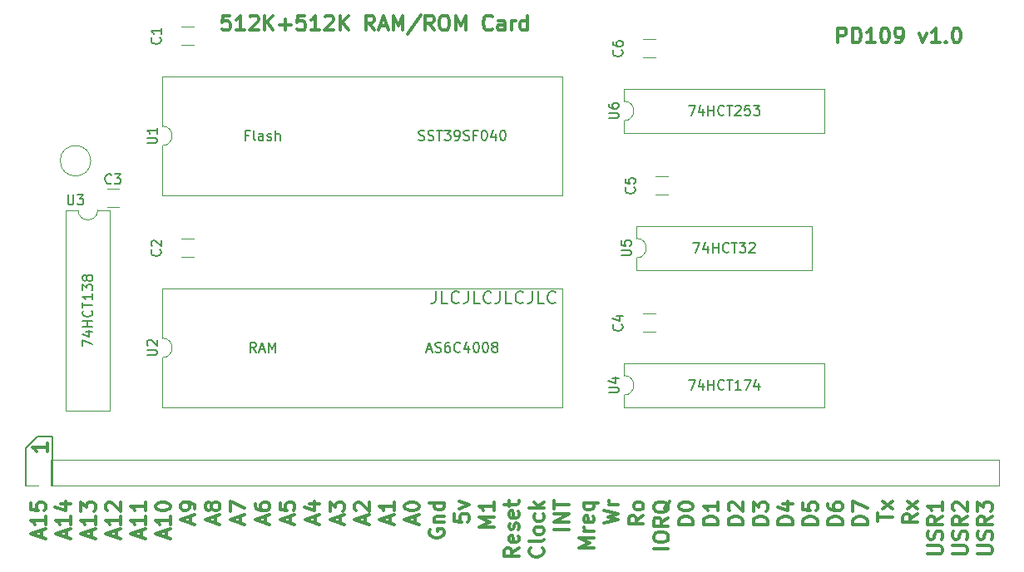
<source format=gbr>
%TF.GenerationSoftware,KiCad,Pcbnew,(5.1.9)-1*%
%TF.CreationDate,2021-03-30T17:26:41-07:00*%
%TF.ProjectId,rc-1024k,72632d31-3032-4346-9b2e-6b696361645f,rev?*%
%TF.SameCoordinates,PX9157080PY9071968*%
%TF.FileFunction,Legend,Top*%
%TF.FilePolarity,Positive*%
%FSLAX46Y46*%
G04 Gerber Fmt 4.6, Leading zero omitted, Abs format (unit mm)*
G04 Created by KiCad (PCBNEW (5.1.9)-1) date 2021-03-30 17:26:41*
%MOMM*%
%LPD*%
G01*
G04 APERTURE LIST*
%ADD10C,0.300000*%
%ADD11C,0.150000*%
%ADD12C,0.200000*%
%ADD13C,0.120000*%
%ADD14C,0.100000*%
G04 APERTURE END LIST*
D10*
X82685714Y45371629D02*
X82685714Y46871629D01*
X83257142Y46871629D01*
X83400000Y46800200D01*
X83471428Y46728772D01*
X83542857Y46585915D01*
X83542857Y46371629D01*
X83471428Y46228772D01*
X83400000Y46157343D01*
X83257142Y46085915D01*
X82685714Y46085915D01*
X84185714Y45371629D02*
X84185714Y46871629D01*
X84542857Y46871629D01*
X84757142Y46800200D01*
X84900000Y46657343D01*
X84971428Y46514486D01*
X85042857Y46228772D01*
X85042857Y46014486D01*
X84971428Y45728772D01*
X84900000Y45585915D01*
X84757142Y45443058D01*
X84542857Y45371629D01*
X84185714Y45371629D01*
X86471428Y45371629D02*
X85614285Y45371629D01*
X86042857Y45371629D02*
X86042857Y46871629D01*
X85900000Y46657343D01*
X85757142Y46514486D01*
X85614285Y46443058D01*
X87400000Y46871629D02*
X87542857Y46871629D01*
X87685714Y46800200D01*
X87757142Y46728772D01*
X87828571Y46585915D01*
X87900000Y46300200D01*
X87900000Y45943058D01*
X87828571Y45657343D01*
X87757142Y45514486D01*
X87685714Y45443058D01*
X87542857Y45371629D01*
X87400000Y45371629D01*
X87257142Y45443058D01*
X87185714Y45514486D01*
X87114285Y45657343D01*
X87042857Y45943058D01*
X87042857Y46300200D01*
X87114285Y46585915D01*
X87185714Y46728772D01*
X87257142Y46800200D01*
X87400000Y46871629D01*
X88614285Y45371629D02*
X88900000Y45371629D01*
X89042857Y45443058D01*
X89114285Y45514486D01*
X89257142Y45728772D01*
X89328571Y46014486D01*
X89328571Y46585915D01*
X89257142Y46728772D01*
X89185714Y46800200D01*
X89042857Y46871629D01*
X88757142Y46871629D01*
X88614285Y46800200D01*
X88542857Y46728772D01*
X88471428Y46585915D01*
X88471428Y46228772D01*
X88542857Y46085915D01*
X88614285Y46014486D01*
X88757142Y45943058D01*
X89042857Y45943058D01*
X89185714Y46014486D01*
X89257142Y46085915D01*
X89328571Y46228772D01*
X90971428Y46371629D02*
X91328571Y45371629D01*
X91685714Y46371629D01*
X93042857Y45371629D02*
X92185714Y45371629D01*
X92614285Y45371629D02*
X92614285Y46871629D01*
X92471428Y46657343D01*
X92328571Y46514486D01*
X92185714Y46443058D01*
X93685714Y45514486D02*
X93757142Y45443058D01*
X93685714Y45371629D01*
X93614285Y45443058D01*
X93685714Y45514486D01*
X93685714Y45371629D01*
X94685714Y46871629D02*
X94828571Y46871629D01*
X94971428Y46800200D01*
X95042857Y46728772D01*
X95114285Y46585915D01*
X95185714Y46300200D01*
X95185714Y45943058D01*
X95114285Y45657343D01*
X95042857Y45514486D01*
X94971428Y45443058D01*
X94828571Y45371629D01*
X94685714Y45371629D01*
X94542857Y45443058D01*
X94471428Y45514486D01*
X94400000Y45657343D01*
X94328571Y45943058D01*
X94328571Y46300200D01*
X94400000Y46585915D01*
X94471428Y46728772D01*
X94542857Y46800200D01*
X94685714Y46871629D01*
D11*
X23439523Y13847820D02*
X23106190Y14324010D01*
X22868095Y13847820D02*
X22868095Y14847820D01*
X23249047Y14847820D01*
X23344285Y14800200D01*
X23391904Y14752581D01*
X23439523Y14657343D01*
X23439523Y14514486D01*
X23391904Y14419248D01*
X23344285Y14371629D01*
X23249047Y14324010D01*
X22868095Y14324010D01*
X23820476Y14133534D02*
X24296666Y14133534D01*
X23725238Y13847820D02*
X24058571Y14847820D01*
X24391904Y13847820D01*
X24725238Y13847820D02*
X24725238Y14847820D01*
X25058571Y14133534D01*
X25391904Y14847820D01*
X25391904Y13847820D01*
X22701428Y35961629D02*
X22368095Y35961629D01*
X22368095Y35437820D02*
X22368095Y36437820D01*
X22844285Y36437820D01*
X23368095Y35437820D02*
X23272857Y35485439D01*
X23225238Y35580677D01*
X23225238Y36437820D01*
X24177619Y35437820D02*
X24177619Y35961629D01*
X24130000Y36056867D01*
X24034761Y36104486D01*
X23844285Y36104486D01*
X23749047Y36056867D01*
X24177619Y35485439D02*
X24082380Y35437820D01*
X23844285Y35437820D01*
X23749047Y35485439D01*
X23701428Y35580677D01*
X23701428Y35675915D01*
X23749047Y35771153D01*
X23844285Y35818772D01*
X24082380Y35818772D01*
X24177619Y35866391D01*
X24606190Y35485439D02*
X24701428Y35437820D01*
X24891904Y35437820D01*
X24987142Y35485439D01*
X25034761Y35580677D01*
X25034761Y35628296D01*
X24987142Y35723534D01*
X24891904Y35771153D01*
X24749047Y35771153D01*
X24653809Y35818772D01*
X24606190Y35914010D01*
X24606190Y35961629D01*
X24653809Y36056867D01*
X24749047Y36104486D01*
X24891904Y36104486D01*
X24987142Y36056867D01*
X25463333Y35437820D02*
X25463333Y36437820D01*
X25891904Y35437820D02*
X25891904Y35961629D01*
X25844285Y36056867D01*
X25749047Y36104486D01*
X25606190Y36104486D01*
X25510952Y36056867D01*
X25463333Y36009248D01*
X41758809Y20075677D02*
X41758809Y19168534D01*
X41698333Y18987105D01*
X41577380Y18866153D01*
X41395952Y18805677D01*
X41275000Y18805677D01*
X42968333Y18805677D02*
X42363571Y18805677D01*
X42363571Y20075677D01*
X44117380Y18926629D02*
X44056904Y18866153D01*
X43875476Y18805677D01*
X43754523Y18805677D01*
X43573095Y18866153D01*
X43452142Y18987105D01*
X43391666Y19108058D01*
X43331190Y19349962D01*
X43331190Y19531391D01*
X43391666Y19773296D01*
X43452142Y19894248D01*
X43573095Y20015200D01*
X43754523Y20075677D01*
X43875476Y20075677D01*
X44056904Y20015200D01*
X44117380Y19954724D01*
X45024523Y20075677D02*
X45024523Y19168534D01*
X44964047Y18987105D01*
X44843095Y18866153D01*
X44661666Y18805677D01*
X44540714Y18805677D01*
X46234047Y18805677D02*
X45629285Y18805677D01*
X45629285Y20075677D01*
X47383095Y18926629D02*
X47322619Y18866153D01*
X47141190Y18805677D01*
X47020238Y18805677D01*
X46838809Y18866153D01*
X46717857Y18987105D01*
X46657380Y19108058D01*
X46596904Y19349962D01*
X46596904Y19531391D01*
X46657380Y19773296D01*
X46717857Y19894248D01*
X46838809Y20015200D01*
X47020238Y20075677D01*
X47141190Y20075677D01*
X47322619Y20015200D01*
X47383095Y19954724D01*
X48290238Y20075677D02*
X48290238Y19168534D01*
X48229761Y18987105D01*
X48108809Y18866153D01*
X47927380Y18805677D01*
X47806428Y18805677D01*
X49499761Y18805677D02*
X48895000Y18805677D01*
X48895000Y20075677D01*
X50648809Y18926629D02*
X50588333Y18866153D01*
X50406904Y18805677D01*
X50285952Y18805677D01*
X50104523Y18866153D01*
X49983571Y18987105D01*
X49923095Y19108058D01*
X49862619Y19349962D01*
X49862619Y19531391D01*
X49923095Y19773296D01*
X49983571Y19894248D01*
X50104523Y20015200D01*
X50285952Y20075677D01*
X50406904Y20075677D01*
X50588333Y20015200D01*
X50648809Y19954724D01*
X51555952Y20075677D02*
X51555952Y19168534D01*
X51495476Y18987105D01*
X51374523Y18866153D01*
X51193095Y18805677D01*
X51072142Y18805677D01*
X52765476Y18805677D02*
X52160714Y18805677D01*
X52160714Y20075677D01*
X53914523Y18926629D02*
X53854047Y18866153D01*
X53672619Y18805677D01*
X53551666Y18805677D01*
X53370238Y18866153D01*
X53249285Y18987105D01*
X53188809Y19108058D01*
X53128333Y19349962D01*
X53128333Y19531391D01*
X53188809Y19773296D01*
X53249285Y19894248D01*
X53370238Y20015200D01*
X53551666Y20075677D01*
X53672619Y20075677D01*
X53854047Y20015200D01*
X53914523Y19954724D01*
D10*
X20774285Y48141629D02*
X20060000Y48141629D01*
X19988571Y47427343D01*
X20060000Y47498772D01*
X20202857Y47570200D01*
X20560000Y47570200D01*
X20702857Y47498772D01*
X20774285Y47427343D01*
X20845714Y47284486D01*
X20845714Y46927343D01*
X20774285Y46784486D01*
X20702857Y46713058D01*
X20560000Y46641629D01*
X20202857Y46641629D01*
X20060000Y46713058D01*
X19988571Y46784486D01*
X22274285Y46641629D02*
X21417142Y46641629D01*
X21845714Y46641629D02*
X21845714Y48141629D01*
X21702857Y47927343D01*
X21560000Y47784486D01*
X21417142Y47713058D01*
X22845714Y47998772D02*
X22917142Y48070200D01*
X23060000Y48141629D01*
X23417142Y48141629D01*
X23560000Y48070200D01*
X23631428Y47998772D01*
X23702857Y47855915D01*
X23702857Y47713058D01*
X23631428Y47498772D01*
X22774285Y46641629D01*
X23702857Y46641629D01*
X24345714Y46641629D02*
X24345714Y48141629D01*
X25202857Y46641629D02*
X24560000Y47498772D01*
X25202857Y48141629D02*
X24345714Y47284486D01*
X25845714Y47213058D02*
X26988571Y47213058D01*
X26417142Y46641629D02*
X26417142Y47784486D01*
X28417142Y48141629D02*
X27702857Y48141629D01*
X27631428Y47427343D01*
X27702857Y47498772D01*
X27845714Y47570200D01*
X28202857Y47570200D01*
X28345714Y47498772D01*
X28417142Y47427343D01*
X28488571Y47284486D01*
X28488571Y46927343D01*
X28417142Y46784486D01*
X28345714Y46713058D01*
X28202857Y46641629D01*
X27845714Y46641629D01*
X27702857Y46713058D01*
X27631428Y46784486D01*
X29917142Y46641629D02*
X29060000Y46641629D01*
X29488571Y46641629D02*
X29488571Y48141629D01*
X29345714Y47927343D01*
X29202857Y47784486D01*
X29060000Y47713058D01*
X30488571Y47998772D02*
X30560000Y48070200D01*
X30702857Y48141629D01*
X31060000Y48141629D01*
X31202857Y48070200D01*
X31274285Y47998772D01*
X31345714Y47855915D01*
X31345714Y47713058D01*
X31274285Y47498772D01*
X30417142Y46641629D01*
X31345714Y46641629D01*
X31988571Y46641629D02*
X31988571Y48141629D01*
X32845714Y46641629D02*
X32202857Y47498772D01*
X32845714Y48141629D02*
X31988571Y47284486D01*
X35488571Y46641629D02*
X34988571Y47355915D01*
X34631428Y46641629D02*
X34631428Y48141629D01*
X35202857Y48141629D01*
X35345714Y48070200D01*
X35417142Y47998772D01*
X35488571Y47855915D01*
X35488571Y47641629D01*
X35417142Y47498772D01*
X35345714Y47427343D01*
X35202857Y47355915D01*
X34631428Y47355915D01*
X36060000Y47070200D02*
X36774285Y47070200D01*
X35917142Y46641629D02*
X36417142Y48141629D01*
X36917142Y46641629D01*
X37417142Y46641629D02*
X37417142Y48141629D01*
X37917142Y47070200D01*
X38417142Y48141629D01*
X38417142Y46641629D01*
X40202857Y48213058D02*
X38917142Y46284486D01*
X41560000Y46641629D02*
X41060000Y47355915D01*
X40702857Y46641629D02*
X40702857Y48141629D01*
X41274285Y48141629D01*
X41417142Y48070200D01*
X41488571Y47998772D01*
X41560000Y47855915D01*
X41560000Y47641629D01*
X41488571Y47498772D01*
X41417142Y47427343D01*
X41274285Y47355915D01*
X40702857Y47355915D01*
X42488571Y48141629D02*
X42774285Y48141629D01*
X42917142Y48070200D01*
X43060000Y47927343D01*
X43131428Y47641629D01*
X43131428Y47141629D01*
X43060000Y46855915D01*
X42917142Y46713058D01*
X42774285Y46641629D01*
X42488571Y46641629D01*
X42345714Y46713058D01*
X42202857Y46855915D01*
X42131428Y47141629D01*
X42131428Y47641629D01*
X42202857Y47927343D01*
X42345714Y48070200D01*
X42488571Y48141629D01*
X43774285Y46641629D02*
X43774285Y48141629D01*
X44274285Y47070200D01*
X44774285Y48141629D01*
X44774285Y46641629D01*
X47488571Y46784486D02*
X47417142Y46713058D01*
X47202857Y46641629D01*
X47060000Y46641629D01*
X46845714Y46713058D01*
X46702857Y46855915D01*
X46631428Y46998772D01*
X46560000Y47284486D01*
X46560000Y47498772D01*
X46631428Y47784486D01*
X46702857Y47927343D01*
X46845714Y48070200D01*
X47060000Y48141629D01*
X47202857Y48141629D01*
X47417142Y48070200D01*
X47488571Y47998772D01*
X48774285Y46641629D02*
X48774285Y47427343D01*
X48702857Y47570200D01*
X48560000Y47641629D01*
X48274285Y47641629D01*
X48131428Y47570200D01*
X48774285Y46713058D02*
X48631428Y46641629D01*
X48274285Y46641629D01*
X48131428Y46713058D01*
X48060000Y46855915D01*
X48060000Y46998772D01*
X48131428Y47141629D01*
X48274285Y47213058D01*
X48631428Y47213058D01*
X48774285Y47284486D01*
X49488571Y46641629D02*
X49488571Y47641629D01*
X49488571Y47355915D02*
X49560000Y47498772D01*
X49631428Y47570200D01*
X49774285Y47641629D01*
X49917142Y47641629D01*
X51060000Y46641629D02*
X51060000Y48141629D01*
X51060000Y46713058D02*
X50917142Y46641629D01*
X50631428Y46641629D01*
X50488571Y46713058D01*
X50417142Y46784486D01*
X50345714Y46927343D01*
X50345714Y47355915D01*
X50417142Y47498772D01*
X50488571Y47570200D01*
X50631428Y47641629D01*
X50917142Y47641629D01*
X51060000Y47570200D01*
X1613333Y-4991942D02*
X1613333Y-4277657D01*
X2039047Y-5134800D02*
X549047Y-4634800D01*
X2039047Y-4134800D01*
X2039047Y-2849085D02*
X2039047Y-3706228D01*
X2039047Y-3277657D02*
X549047Y-3277657D01*
X761904Y-3420514D01*
X903809Y-3563371D01*
X974761Y-3706228D01*
X549047Y-1491942D02*
X549047Y-2206228D01*
X1258571Y-2277657D01*
X1187619Y-2206228D01*
X1116666Y-2063371D01*
X1116666Y-1706228D01*
X1187619Y-1563371D01*
X1258571Y-1491942D01*
X1400476Y-1420514D01*
X1755238Y-1420514D01*
X1897142Y-1491942D01*
X1968095Y-1563371D01*
X2039047Y-1706228D01*
X2039047Y-2063371D01*
X1968095Y-2206228D01*
X1897142Y-2277657D01*
X4148333Y-4991942D02*
X4148333Y-4277657D01*
X4574047Y-5134800D02*
X3084047Y-4634800D01*
X4574047Y-4134800D01*
X4574047Y-2849085D02*
X4574047Y-3706228D01*
X4574047Y-3277657D02*
X3084047Y-3277657D01*
X3296904Y-3420514D01*
X3438809Y-3563371D01*
X3509761Y-3706228D01*
X3580714Y-1563371D02*
X4574047Y-1563371D01*
X3013095Y-1920514D02*
X4077380Y-2277657D01*
X4077380Y-1349085D01*
X6683333Y-4991942D02*
X6683333Y-4277657D01*
X7109047Y-5134800D02*
X5619047Y-4634800D01*
X7109047Y-4134800D01*
X7109047Y-2849085D02*
X7109047Y-3706228D01*
X7109047Y-3277657D02*
X5619047Y-3277657D01*
X5831904Y-3420514D01*
X5973809Y-3563371D01*
X6044761Y-3706228D01*
X5619047Y-2349085D02*
X5619047Y-1420514D01*
X6186666Y-1920514D01*
X6186666Y-1706228D01*
X6257619Y-1563371D01*
X6328571Y-1491942D01*
X6470476Y-1420514D01*
X6825238Y-1420514D01*
X6967142Y-1491942D01*
X7038095Y-1563371D01*
X7109047Y-1706228D01*
X7109047Y-2134800D01*
X7038095Y-2277657D01*
X6967142Y-2349085D01*
X9218333Y-4991942D02*
X9218333Y-4277657D01*
X9644047Y-5134800D02*
X8154047Y-4634800D01*
X9644047Y-4134800D01*
X9644047Y-2849085D02*
X9644047Y-3706228D01*
X9644047Y-3277657D02*
X8154047Y-3277657D01*
X8366904Y-3420514D01*
X8508809Y-3563371D01*
X8579761Y-3706228D01*
X8295952Y-2277657D02*
X8225000Y-2206228D01*
X8154047Y-2063371D01*
X8154047Y-1706228D01*
X8225000Y-1563371D01*
X8295952Y-1491942D01*
X8437857Y-1420514D01*
X8579761Y-1420514D01*
X8792619Y-1491942D01*
X9644047Y-2349085D01*
X9644047Y-1420514D01*
X11753333Y-4991942D02*
X11753333Y-4277657D01*
X12179047Y-5134800D02*
X10689047Y-4634800D01*
X12179047Y-4134800D01*
X12179047Y-2849085D02*
X12179047Y-3706228D01*
X12179047Y-3277657D02*
X10689047Y-3277657D01*
X10901904Y-3420514D01*
X11043809Y-3563371D01*
X11114761Y-3706228D01*
X12179047Y-1420514D02*
X12179047Y-2277657D01*
X12179047Y-1849085D02*
X10689047Y-1849085D01*
X10901904Y-1991942D01*
X11043809Y-2134800D01*
X11114761Y-2277657D01*
X14288333Y-4991942D02*
X14288333Y-4277657D01*
X14714047Y-5134800D02*
X13224047Y-4634800D01*
X14714047Y-4134800D01*
X14714047Y-2849085D02*
X14714047Y-3706228D01*
X14714047Y-3277657D02*
X13224047Y-3277657D01*
X13436904Y-3420514D01*
X13578809Y-3563371D01*
X13649761Y-3706228D01*
X13224047Y-1920514D02*
X13224047Y-1777657D01*
X13295000Y-1634800D01*
X13365952Y-1563371D01*
X13507857Y-1491942D01*
X13791666Y-1420514D01*
X14146428Y-1420514D01*
X14430238Y-1491942D01*
X14572142Y-1563371D01*
X14643095Y-1634800D01*
X14714047Y-1777657D01*
X14714047Y-1920514D01*
X14643095Y-2063371D01*
X14572142Y-2134800D01*
X14430238Y-2206228D01*
X14146428Y-2277657D01*
X13791666Y-2277657D01*
X13507857Y-2206228D01*
X13365952Y-2134800D01*
X13295000Y-2063371D01*
X13224047Y-1920514D01*
X16823333Y-3563371D02*
X16823333Y-2849085D01*
X17249047Y-3706228D02*
X15759047Y-3206228D01*
X17249047Y-2706228D01*
X17249047Y-2134800D02*
X17249047Y-1849085D01*
X17178095Y-1706228D01*
X17107142Y-1634800D01*
X16894285Y-1491942D01*
X16610476Y-1420514D01*
X16042857Y-1420514D01*
X15900952Y-1491942D01*
X15830000Y-1563371D01*
X15759047Y-1706228D01*
X15759047Y-1991942D01*
X15830000Y-2134800D01*
X15900952Y-2206228D01*
X16042857Y-2277657D01*
X16397619Y-2277657D01*
X16539523Y-2206228D01*
X16610476Y-2134800D01*
X16681428Y-1991942D01*
X16681428Y-1706228D01*
X16610476Y-1563371D01*
X16539523Y-1491942D01*
X16397619Y-1420514D01*
X19358333Y-3563371D02*
X19358333Y-2849085D01*
X19784047Y-3706228D02*
X18294047Y-3206228D01*
X19784047Y-2706228D01*
X18932619Y-1991942D02*
X18861666Y-2134800D01*
X18790714Y-2206228D01*
X18648809Y-2277657D01*
X18577857Y-2277657D01*
X18435952Y-2206228D01*
X18365000Y-2134800D01*
X18294047Y-1991942D01*
X18294047Y-1706228D01*
X18365000Y-1563371D01*
X18435952Y-1491942D01*
X18577857Y-1420514D01*
X18648809Y-1420514D01*
X18790714Y-1491942D01*
X18861666Y-1563371D01*
X18932619Y-1706228D01*
X18932619Y-1991942D01*
X19003571Y-2134800D01*
X19074523Y-2206228D01*
X19216428Y-2277657D01*
X19500238Y-2277657D01*
X19642142Y-2206228D01*
X19713095Y-2134800D01*
X19784047Y-1991942D01*
X19784047Y-1706228D01*
X19713095Y-1563371D01*
X19642142Y-1491942D01*
X19500238Y-1420514D01*
X19216428Y-1420514D01*
X19074523Y-1491942D01*
X19003571Y-1563371D01*
X18932619Y-1706228D01*
X21893333Y-3563371D02*
X21893333Y-2849085D01*
X22319047Y-3706228D02*
X20829047Y-3206228D01*
X22319047Y-2706228D01*
X20829047Y-2349085D02*
X20829047Y-1349085D01*
X22319047Y-1991942D01*
X24428333Y-3563371D02*
X24428333Y-2849085D01*
X24854047Y-3706228D02*
X23364047Y-3206228D01*
X24854047Y-2706228D01*
X23364047Y-1563371D02*
X23364047Y-1849085D01*
X23435000Y-1991942D01*
X23505952Y-2063371D01*
X23718809Y-2206228D01*
X24002619Y-2277657D01*
X24570238Y-2277657D01*
X24712142Y-2206228D01*
X24783095Y-2134800D01*
X24854047Y-1991942D01*
X24854047Y-1706228D01*
X24783095Y-1563371D01*
X24712142Y-1491942D01*
X24570238Y-1420514D01*
X24215476Y-1420514D01*
X24073571Y-1491942D01*
X24002619Y-1563371D01*
X23931666Y-1706228D01*
X23931666Y-1991942D01*
X24002619Y-2134800D01*
X24073571Y-2206228D01*
X24215476Y-2277657D01*
X26963333Y-3563371D02*
X26963333Y-2849085D01*
X27389047Y-3706228D02*
X25899047Y-3206228D01*
X27389047Y-2706228D01*
X25899047Y-1491942D02*
X25899047Y-2206228D01*
X26608571Y-2277657D01*
X26537619Y-2206228D01*
X26466666Y-2063371D01*
X26466666Y-1706228D01*
X26537619Y-1563371D01*
X26608571Y-1491942D01*
X26750476Y-1420514D01*
X27105238Y-1420514D01*
X27247142Y-1491942D01*
X27318095Y-1563371D01*
X27389047Y-1706228D01*
X27389047Y-2063371D01*
X27318095Y-2206228D01*
X27247142Y-2277657D01*
X29498333Y-3563371D02*
X29498333Y-2849085D01*
X29924047Y-3706228D02*
X28434047Y-3206228D01*
X29924047Y-2706228D01*
X28930714Y-1563371D02*
X29924047Y-1563371D01*
X28363095Y-1920514D02*
X29427380Y-2277657D01*
X29427380Y-1349085D01*
X32033333Y-3563371D02*
X32033333Y-2849085D01*
X32459047Y-3706228D02*
X30969047Y-3206228D01*
X32459047Y-2706228D01*
X30969047Y-2349085D02*
X30969047Y-1420514D01*
X31536666Y-1920514D01*
X31536666Y-1706228D01*
X31607619Y-1563371D01*
X31678571Y-1491942D01*
X31820476Y-1420514D01*
X32175238Y-1420514D01*
X32317142Y-1491942D01*
X32388095Y-1563371D01*
X32459047Y-1706228D01*
X32459047Y-2134800D01*
X32388095Y-2277657D01*
X32317142Y-2349085D01*
X34568333Y-3563371D02*
X34568333Y-2849085D01*
X34994047Y-3706228D02*
X33504047Y-3206228D01*
X34994047Y-2706228D01*
X33645952Y-2277657D02*
X33575000Y-2206228D01*
X33504047Y-2063371D01*
X33504047Y-1706228D01*
X33575000Y-1563371D01*
X33645952Y-1491942D01*
X33787857Y-1420514D01*
X33929761Y-1420514D01*
X34142619Y-1491942D01*
X34994047Y-2349085D01*
X34994047Y-1420514D01*
X37103333Y-3563371D02*
X37103333Y-2849085D01*
X37529047Y-3706228D02*
X36039047Y-3206228D01*
X37529047Y-2706228D01*
X37529047Y-1420514D02*
X37529047Y-2277657D01*
X37529047Y-1849085D02*
X36039047Y-1849085D01*
X36251904Y-1991942D01*
X36393809Y-2134800D01*
X36464761Y-2277657D01*
X39638333Y-3563371D02*
X39638333Y-2849085D01*
X40064047Y-3706228D02*
X38574047Y-3206228D01*
X40064047Y-2706228D01*
X38574047Y-1920514D02*
X38574047Y-1777657D01*
X38645000Y-1634800D01*
X38715952Y-1563371D01*
X38857857Y-1491942D01*
X39141666Y-1420514D01*
X39496428Y-1420514D01*
X39780238Y-1491942D01*
X39922142Y-1563371D01*
X39993095Y-1634800D01*
X40064047Y-1777657D01*
X40064047Y-1920514D01*
X39993095Y-2063371D01*
X39922142Y-2134800D01*
X39780238Y-2206228D01*
X39496428Y-2277657D01*
X39141666Y-2277657D01*
X38857857Y-2206228D01*
X38715952Y-2134800D01*
X38645000Y-2063371D01*
X38574047Y-1920514D01*
X41180000Y-4206228D02*
X41109047Y-4349085D01*
X41109047Y-4563371D01*
X41180000Y-4777657D01*
X41321904Y-4920514D01*
X41463809Y-4991942D01*
X41747619Y-5063371D01*
X41960476Y-5063371D01*
X42244285Y-4991942D01*
X42386190Y-4920514D01*
X42528095Y-4777657D01*
X42599047Y-4563371D01*
X42599047Y-4420514D01*
X42528095Y-4206228D01*
X42457142Y-4134800D01*
X41960476Y-4134800D01*
X41960476Y-4420514D01*
X41605714Y-3491942D02*
X42599047Y-3491942D01*
X41747619Y-3491942D02*
X41676666Y-3420514D01*
X41605714Y-3277657D01*
X41605714Y-3063371D01*
X41676666Y-2920514D01*
X41818571Y-2849085D01*
X42599047Y-2849085D01*
X42599047Y-1491942D02*
X41109047Y-1491942D01*
X42528095Y-1491942D02*
X42599047Y-1634800D01*
X42599047Y-1920514D01*
X42528095Y-2063371D01*
X42457142Y-2134800D01*
X42315238Y-2206228D01*
X41889523Y-2206228D01*
X41747619Y-2134800D01*
X41676666Y-2063371D01*
X41605714Y-1920514D01*
X41605714Y-1634800D01*
X41676666Y-1491942D01*
X43644047Y-2634800D02*
X43644047Y-3349085D01*
X44353571Y-3420514D01*
X44282619Y-3349085D01*
X44211666Y-3206228D01*
X44211666Y-2849085D01*
X44282619Y-2706228D01*
X44353571Y-2634800D01*
X44495476Y-2563371D01*
X44850238Y-2563371D01*
X44992142Y-2634800D01*
X45063095Y-2706228D01*
X45134047Y-2849085D01*
X45134047Y-3206228D01*
X45063095Y-3349085D01*
X44992142Y-3420514D01*
X44140714Y-2063371D02*
X45134047Y-1706228D01*
X44140714Y-1349085D01*
X47669047Y-3920514D02*
X46179047Y-3920514D01*
X47243333Y-3420514D01*
X46179047Y-2920514D01*
X47669047Y-2920514D01*
X47669047Y-1420514D02*
X47669047Y-2277657D01*
X47669047Y-1849085D02*
X46179047Y-1849085D01*
X46391904Y-1991942D01*
X46533809Y-2134800D01*
X46604761Y-2277657D01*
X50204047Y-6063371D02*
X49494523Y-6563371D01*
X50204047Y-6920514D02*
X48714047Y-6920514D01*
X48714047Y-6349085D01*
X48785000Y-6206228D01*
X48855952Y-6134800D01*
X48997857Y-6063371D01*
X49210714Y-6063371D01*
X49352619Y-6134800D01*
X49423571Y-6206228D01*
X49494523Y-6349085D01*
X49494523Y-6920514D01*
X50133095Y-4849085D02*
X50204047Y-4991942D01*
X50204047Y-5277657D01*
X50133095Y-5420514D01*
X49991190Y-5491942D01*
X49423571Y-5491942D01*
X49281666Y-5420514D01*
X49210714Y-5277657D01*
X49210714Y-4991942D01*
X49281666Y-4849085D01*
X49423571Y-4777657D01*
X49565476Y-4777657D01*
X49707380Y-5491942D01*
X50133095Y-4206228D02*
X50204047Y-4063371D01*
X50204047Y-3777657D01*
X50133095Y-3634800D01*
X49991190Y-3563371D01*
X49920238Y-3563371D01*
X49778333Y-3634800D01*
X49707380Y-3777657D01*
X49707380Y-3991942D01*
X49636428Y-4134800D01*
X49494523Y-4206228D01*
X49423571Y-4206228D01*
X49281666Y-4134800D01*
X49210714Y-3991942D01*
X49210714Y-3777657D01*
X49281666Y-3634800D01*
X50133095Y-2349085D02*
X50204047Y-2491942D01*
X50204047Y-2777657D01*
X50133095Y-2920514D01*
X49991190Y-2991942D01*
X49423571Y-2991942D01*
X49281666Y-2920514D01*
X49210714Y-2777657D01*
X49210714Y-2491942D01*
X49281666Y-2349085D01*
X49423571Y-2277657D01*
X49565476Y-2277657D01*
X49707380Y-2991942D01*
X49210714Y-1849085D02*
X49210714Y-1277657D01*
X48714047Y-1634800D02*
X49991190Y-1634800D01*
X50133095Y-1563371D01*
X50204047Y-1420514D01*
X50204047Y-1277657D01*
X52597142Y-6063371D02*
X52668095Y-6134800D01*
X52739047Y-6349085D01*
X52739047Y-6491942D01*
X52668095Y-6706228D01*
X52526190Y-6849085D01*
X52384285Y-6920514D01*
X52100476Y-6991942D01*
X51887619Y-6991942D01*
X51603809Y-6920514D01*
X51461904Y-6849085D01*
X51320000Y-6706228D01*
X51249047Y-6491942D01*
X51249047Y-6349085D01*
X51320000Y-6134800D01*
X51390952Y-6063371D01*
X52739047Y-5206228D02*
X52668095Y-5349085D01*
X52526190Y-5420514D01*
X51249047Y-5420514D01*
X52739047Y-4420514D02*
X52668095Y-4563371D01*
X52597142Y-4634800D01*
X52455238Y-4706228D01*
X52029523Y-4706228D01*
X51887619Y-4634800D01*
X51816666Y-4563371D01*
X51745714Y-4420514D01*
X51745714Y-4206228D01*
X51816666Y-4063371D01*
X51887619Y-3991942D01*
X52029523Y-3920514D01*
X52455238Y-3920514D01*
X52597142Y-3991942D01*
X52668095Y-4063371D01*
X52739047Y-4206228D01*
X52739047Y-4420514D01*
X52668095Y-2634800D02*
X52739047Y-2777657D01*
X52739047Y-3063371D01*
X52668095Y-3206228D01*
X52597142Y-3277657D01*
X52455238Y-3349085D01*
X52029523Y-3349085D01*
X51887619Y-3277657D01*
X51816666Y-3206228D01*
X51745714Y-3063371D01*
X51745714Y-2777657D01*
X51816666Y-2634800D01*
X52739047Y-1991942D02*
X51249047Y-1991942D01*
X52171428Y-1849085D02*
X52739047Y-1420514D01*
X51745714Y-1420514D02*
X52313333Y-1991942D01*
X55274047Y-4206228D02*
X53784047Y-4206228D01*
X55274047Y-3491942D02*
X53784047Y-3491942D01*
X55274047Y-2634800D01*
X53784047Y-2634800D01*
X53784047Y-2134800D02*
X53784047Y-1277657D01*
X55274047Y-1706228D02*
X53784047Y-1706228D01*
X57809047Y-6063371D02*
X56319047Y-6063371D01*
X57383333Y-5563371D01*
X56319047Y-5063371D01*
X57809047Y-5063371D01*
X57809047Y-4349085D02*
X56815714Y-4349085D01*
X57099523Y-4349085D02*
X56957619Y-4277657D01*
X56886666Y-4206228D01*
X56815714Y-4063371D01*
X56815714Y-3920514D01*
X57738095Y-2849085D02*
X57809047Y-2991942D01*
X57809047Y-3277657D01*
X57738095Y-3420514D01*
X57596190Y-3491942D01*
X57028571Y-3491942D01*
X56886666Y-3420514D01*
X56815714Y-3277657D01*
X56815714Y-2991942D01*
X56886666Y-2849085D01*
X57028571Y-2777657D01*
X57170476Y-2777657D01*
X57312380Y-3491942D01*
X56815714Y-1491942D02*
X58305714Y-1491942D01*
X57738095Y-1491942D02*
X57809047Y-1634800D01*
X57809047Y-1920514D01*
X57738095Y-2063371D01*
X57667142Y-2134800D01*
X57525238Y-2206228D01*
X57099523Y-2206228D01*
X56957619Y-2134800D01*
X56886666Y-2063371D01*
X56815714Y-1920514D01*
X56815714Y-1634800D01*
X56886666Y-1491942D01*
X58854047Y-3563371D02*
X60344047Y-3206228D01*
X59279761Y-2920514D01*
X60344047Y-2634800D01*
X58854047Y-2277657D01*
X60344047Y-1706228D02*
X59350714Y-1706228D01*
X59634523Y-1706228D02*
X59492619Y-1634800D01*
X59421666Y-1563371D01*
X59350714Y-1420514D01*
X59350714Y-1277657D01*
X62879047Y-2777657D02*
X62169523Y-3277657D01*
X62879047Y-3634800D02*
X61389047Y-3634800D01*
X61389047Y-3063371D01*
X61460000Y-2920514D01*
X61530952Y-2849085D01*
X61672857Y-2777657D01*
X61885714Y-2777657D01*
X62027619Y-2849085D01*
X62098571Y-2920514D01*
X62169523Y-3063371D01*
X62169523Y-3634800D01*
X62879047Y-1920514D02*
X62808095Y-2063371D01*
X62737142Y-2134800D01*
X62595238Y-2206228D01*
X62169523Y-2206228D01*
X62027619Y-2134800D01*
X61956666Y-2063371D01*
X61885714Y-1920514D01*
X61885714Y-1706228D01*
X61956666Y-1563371D01*
X62027619Y-1491942D01*
X62169523Y-1420514D01*
X62595238Y-1420514D01*
X62737142Y-1491942D01*
X62808095Y-1563371D01*
X62879047Y-1706228D01*
X62879047Y-1920514D01*
X65414047Y-6134800D02*
X63924047Y-6134800D01*
X63924047Y-5134800D02*
X63924047Y-4849085D01*
X63995000Y-4706228D01*
X64136904Y-4563371D01*
X64420714Y-4491942D01*
X64917380Y-4491942D01*
X65201190Y-4563371D01*
X65343095Y-4706228D01*
X65414047Y-4849085D01*
X65414047Y-5134800D01*
X65343095Y-5277657D01*
X65201190Y-5420514D01*
X64917380Y-5491942D01*
X64420714Y-5491942D01*
X64136904Y-5420514D01*
X63995000Y-5277657D01*
X63924047Y-5134800D01*
X65414047Y-2991942D02*
X64704523Y-3491942D01*
X65414047Y-3849085D02*
X63924047Y-3849085D01*
X63924047Y-3277657D01*
X63995000Y-3134800D01*
X64065952Y-3063371D01*
X64207857Y-2991942D01*
X64420714Y-2991942D01*
X64562619Y-3063371D01*
X64633571Y-3134800D01*
X64704523Y-3277657D01*
X64704523Y-3849085D01*
X65555952Y-1349085D02*
X65485000Y-1491942D01*
X65343095Y-1634800D01*
X65130238Y-1849085D01*
X65059285Y-1991942D01*
X65059285Y-2134800D01*
X65414047Y-2063371D02*
X65343095Y-2206228D01*
X65201190Y-2349085D01*
X64917380Y-2420514D01*
X64420714Y-2420514D01*
X64136904Y-2349085D01*
X63995000Y-2206228D01*
X63924047Y-2063371D01*
X63924047Y-1777657D01*
X63995000Y-1634800D01*
X64136904Y-1491942D01*
X64420714Y-1420514D01*
X64917380Y-1420514D01*
X65201190Y-1491942D01*
X65343095Y-1634800D01*
X65414047Y-1777657D01*
X65414047Y-2063371D01*
X67949047Y-3706228D02*
X66459047Y-3706228D01*
X66459047Y-3349085D01*
X66530000Y-3134800D01*
X66671904Y-2991942D01*
X66813809Y-2920514D01*
X67097619Y-2849085D01*
X67310476Y-2849085D01*
X67594285Y-2920514D01*
X67736190Y-2991942D01*
X67878095Y-3134800D01*
X67949047Y-3349085D01*
X67949047Y-3706228D01*
X66459047Y-1920514D02*
X66459047Y-1777657D01*
X66530000Y-1634800D01*
X66600952Y-1563371D01*
X66742857Y-1491942D01*
X67026666Y-1420514D01*
X67381428Y-1420514D01*
X67665238Y-1491942D01*
X67807142Y-1563371D01*
X67878095Y-1634800D01*
X67949047Y-1777657D01*
X67949047Y-1920514D01*
X67878095Y-2063371D01*
X67807142Y-2134800D01*
X67665238Y-2206228D01*
X67381428Y-2277657D01*
X67026666Y-2277657D01*
X66742857Y-2206228D01*
X66600952Y-2134800D01*
X66530000Y-2063371D01*
X66459047Y-1920514D01*
X70484047Y-3706228D02*
X68994047Y-3706228D01*
X68994047Y-3349085D01*
X69065000Y-3134800D01*
X69206904Y-2991942D01*
X69348809Y-2920514D01*
X69632619Y-2849085D01*
X69845476Y-2849085D01*
X70129285Y-2920514D01*
X70271190Y-2991942D01*
X70413095Y-3134800D01*
X70484047Y-3349085D01*
X70484047Y-3706228D01*
X70484047Y-1420514D02*
X70484047Y-2277657D01*
X70484047Y-1849085D02*
X68994047Y-1849085D01*
X69206904Y-1991942D01*
X69348809Y-2134800D01*
X69419761Y-2277657D01*
X73019047Y-3706228D02*
X71529047Y-3706228D01*
X71529047Y-3349085D01*
X71600000Y-3134800D01*
X71741904Y-2991942D01*
X71883809Y-2920514D01*
X72167619Y-2849085D01*
X72380476Y-2849085D01*
X72664285Y-2920514D01*
X72806190Y-2991942D01*
X72948095Y-3134800D01*
X73019047Y-3349085D01*
X73019047Y-3706228D01*
X71670952Y-2277657D02*
X71600000Y-2206228D01*
X71529047Y-2063371D01*
X71529047Y-1706228D01*
X71600000Y-1563371D01*
X71670952Y-1491942D01*
X71812857Y-1420514D01*
X71954761Y-1420514D01*
X72167619Y-1491942D01*
X73019047Y-2349085D01*
X73019047Y-1420514D01*
X75554047Y-3706228D02*
X74064047Y-3706228D01*
X74064047Y-3349085D01*
X74135000Y-3134800D01*
X74276904Y-2991942D01*
X74418809Y-2920514D01*
X74702619Y-2849085D01*
X74915476Y-2849085D01*
X75199285Y-2920514D01*
X75341190Y-2991942D01*
X75483095Y-3134800D01*
X75554047Y-3349085D01*
X75554047Y-3706228D01*
X74064047Y-2349085D02*
X74064047Y-1420514D01*
X74631666Y-1920514D01*
X74631666Y-1706228D01*
X74702619Y-1563371D01*
X74773571Y-1491942D01*
X74915476Y-1420514D01*
X75270238Y-1420514D01*
X75412142Y-1491942D01*
X75483095Y-1563371D01*
X75554047Y-1706228D01*
X75554047Y-2134800D01*
X75483095Y-2277657D01*
X75412142Y-2349085D01*
X78089047Y-3706228D02*
X76599047Y-3706228D01*
X76599047Y-3349085D01*
X76670000Y-3134800D01*
X76811904Y-2991942D01*
X76953809Y-2920514D01*
X77237619Y-2849085D01*
X77450476Y-2849085D01*
X77734285Y-2920514D01*
X77876190Y-2991942D01*
X78018095Y-3134800D01*
X78089047Y-3349085D01*
X78089047Y-3706228D01*
X77095714Y-1563371D02*
X78089047Y-1563371D01*
X76528095Y-1920514D02*
X77592380Y-2277657D01*
X77592380Y-1349085D01*
X80624047Y-3706228D02*
X79134047Y-3706228D01*
X79134047Y-3349085D01*
X79205000Y-3134800D01*
X79346904Y-2991942D01*
X79488809Y-2920514D01*
X79772619Y-2849085D01*
X79985476Y-2849085D01*
X80269285Y-2920514D01*
X80411190Y-2991942D01*
X80553095Y-3134800D01*
X80624047Y-3349085D01*
X80624047Y-3706228D01*
X79134047Y-1491942D02*
X79134047Y-2206228D01*
X79843571Y-2277657D01*
X79772619Y-2206228D01*
X79701666Y-2063371D01*
X79701666Y-1706228D01*
X79772619Y-1563371D01*
X79843571Y-1491942D01*
X79985476Y-1420514D01*
X80340238Y-1420514D01*
X80482142Y-1491942D01*
X80553095Y-1563371D01*
X80624047Y-1706228D01*
X80624047Y-2063371D01*
X80553095Y-2206228D01*
X80482142Y-2277657D01*
X83159047Y-3706228D02*
X81669047Y-3706228D01*
X81669047Y-3349085D01*
X81740000Y-3134800D01*
X81881904Y-2991942D01*
X82023809Y-2920514D01*
X82307619Y-2849085D01*
X82520476Y-2849085D01*
X82804285Y-2920514D01*
X82946190Y-2991942D01*
X83088095Y-3134800D01*
X83159047Y-3349085D01*
X83159047Y-3706228D01*
X81669047Y-1563371D02*
X81669047Y-1849085D01*
X81740000Y-1991942D01*
X81810952Y-2063371D01*
X82023809Y-2206228D01*
X82307619Y-2277657D01*
X82875238Y-2277657D01*
X83017142Y-2206228D01*
X83088095Y-2134800D01*
X83159047Y-1991942D01*
X83159047Y-1706228D01*
X83088095Y-1563371D01*
X83017142Y-1491942D01*
X82875238Y-1420514D01*
X82520476Y-1420514D01*
X82378571Y-1491942D01*
X82307619Y-1563371D01*
X82236666Y-1706228D01*
X82236666Y-1991942D01*
X82307619Y-2134800D01*
X82378571Y-2206228D01*
X82520476Y-2277657D01*
X85694047Y-3706228D02*
X84204047Y-3706228D01*
X84204047Y-3349085D01*
X84275000Y-3134800D01*
X84416904Y-2991942D01*
X84558809Y-2920514D01*
X84842619Y-2849085D01*
X85055476Y-2849085D01*
X85339285Y-2920514D01*
X85481190Y-2991942D01*
X85623095Y-3134800D01*
X85694047Y-3349085D01*
X85694047Y-3706228D01*
X84204047Y-2349085D02*
X84204047Y-1349085D01*
X85694047Y-1991942D01*
X86739047Y-3349085D02*
X86739047Y-2491942D01*
X88229047Y-2920514D02*
X86739047Y-2920514D01*
X88229047Y-2134800D02*
X87235714Y-1349085D01*
X87235714Y-2134800D02*
X88229047Y-1349085D01*
X90764047Y-2634800D02*
X90054523Y-3134800D01*
X90764047Y-3491942D02*
X89274047Y-3491942D01*
X89274047Y-2920514D01*
X89345000Y-2777657D01*
X89415952Y-2706228D01*
X89557857Y-2634800D01*
X89770714Y-2634800D01*
X89912619Y-2706228D01*
X89983571Y-2777657D01*
X90054523Y-2920514D01*
X90054523Y-3491942D01*
X90764047Y-2134800D02*
X89770714Y-1349085D01*
X89770714Y-2134800D02*
X90764047Y-1349085D01*
X91809047Y-6706228D02*
X93015238Y-6706228D01*
X93157142Y-6634800D01*
X93228095Y-6563371D01*
X93299047Y-6420514D01*
X93299047Y-6134800D01*
X93228095Y-5991942D01*
X93157142Y-5920514D01*
X93015238Y-5849085D01*
X91809047Y-5849085D01*
X93228095Y-5206228D02*
X93299047Y-4991942D01*
X93299047Y-4634800D01*
X93228095Y-4491942D01*
X93157142Y-4420514D01*
X93015238Y-4349085D01*
X92873333Y-4349085D01*
X92731428Y-4420514D01*
X92660476Y-4491942D01*
X92589523Y-4634800D01*
X92518571Y-4920514D01*
X92447619Y-5063371D01*
X92376666Y-5134800D01*
X92234761Y-5206228D01*
X92092857Y-5206228D01*
X91950952Y-5134800D01*
X91880000Y-5063371D01*
X91809047Y-4920514D01*
X91809047Y-4563371D01*
X91880000Y-4349085D01*
X93299047Y-2849085D02*
X92589523Y-3349085D01*
X93299047Y-3706228D02*
X91809047Y-3706228D01*
X91809047Y-3134800D01*
X91880000Y-2991942D01*
X91950952Y-2920514D01*
X92092857Y-2849085D01*
X92305714Y-2849085D01*
X92447619Y-2920514D01*
X92518571Y-2991942D01*
X92589523Y-3134800D01*
X92589523Y-3706228D01*
X93299047Y-1420514D02*
X93299047Y-2277657D01*
X93299047Y-1849085D02*
X91809047Y-1849085D01*
X92021904Y-1991942D01*
X92163809Y-2134800D01*
X92234761Y-2277657D01*
X94344047Y-6706228D02*
X95550238Y-6706228D01*
X95692142Y-6634800D01*
X95763095Y-6563371D01*
X95834047Y-6420514D01*
X95834047Y-6134800D01*
X95763095Y-5991942D01*
X95692142Y-5920514D01*
X95550238Y-5849085D01*
X94344047Y-5849085D01*
X95763095Y-5206228D02*
X95834047Y-4991942D01*
X95834047Y-4634800D01*
X95763095Y-4491942D01*
X95692142Y-4420514D01*
X95550238Y-4349085D01*
X95408333Y-4349085D01*
X95266428Y-4420514D01*
X95195476Y-4491942D01*
X95124523Y-4634800D01*
X95053571Y-4920514D01*
X94982619Y-5063371D01*
X94911666Y-5134800D01*
X94769761Y-5206228D01*
X94627857Y-5206228D01*
X94485952Y-5134800D01*
X94415000Y-5063371D01*
X94344047Y-4920514D01*
X94344047Y-4563371D01*
X94415000Y-4349085D01*
X95834047Y-2849085D02*
X95124523Y-3349085D01*
X95834047Y-3706228D02*
X94344047Y-3706228D01*
X94344047Y-3134800D01*
X94415000Y-2991942D01*
X94485952Y-2920514D01*
X94627857Y-2849085D01*
X94840714Y-2849085D01*
X94982619Y-2920514D01*
X95053571Y-2991942D01*
X95124523Y-3134800D01*
X95124523Y-3706228D01*
X94485952Y-2277657D02*
X94415000Y-2206228D01*
X94344047Y-2063371D01*
X94344047Y-1706228D01*
X94415000Y-1563371D01*
X94485952Y-1491942D01*
X94627857Y-1420514D01*
X94769761Y-1420514D01*
X94982619Y-1491942D01*
X95834047Y-2349085D01*
X95834047Y-1420514D01*
X96879047Y-6706228D02*
X98085238Y-6706228D01*
X98227142Y-6634800D01*
X98298095Y-6563371D01*
X98369047Y-6420514D01*
X98369047Y-6134800D01*
X98298095Y-5991942D01*
X98227142Y-5920514D01*
X98085238Y-5849085D01*
X96879047Y-5849085D01*
X98298095Y-5206228D02*
X98369047Y-4991942D01*
X98369047Y-4634800D01*
X98298095Y-4491942D01*
X98227142Y-4420514D01*
X98085238Y-4349085D01*
X97943333Y-4349085D01*
X97801428Y-4420514D01*
X97730476Y-4491942D01*
X97659523Y-4634800D01*
X97588571Y-4920514D01*
X97517619Y-5063371D01*
X97446666Y-5134800D01*
X97304761Y-5206228D01*
X97162857Y-5206228D01*
X97020952Y-5134800D01*
X96950000Y-5063371D01*
X96879047Y-4920514D01*
X96879047Y-4563371D01*
X96950000Y-4349085D01*
X98369047Y-2849085D02*
X97659523Y-3349085D01*
X98369047Y-3706228D02*
X96879047Y-3706228D01*
X96879047Y-3134800D01*
X96950000Y-2991942D01*
X97020952Y-2920514D01*
X97162857Y-2849085D01*
X97375714Y-2849085D01*
X97517619Y-2920514D01*
X97588571Y-2991942D01*
X97659523Y-3134800D01*
X97659523Y-3706228D01*
X96879047Y-2349085D02*
X96879047Y-1420514D01*
X97446666Y-1920514D01*
X97446666Y-1706228D01*
X97517619Y-1563371D01*
X97588571Y-1491942D01*
X97730476Y-1420514D01*
X98085238Y-1420514D01*
X98227142Y-1491942D01*
X98298095Y-1563371D01*
X98369047Y-1706228D01*
X98369047Y-2134800D01*
X98298095Y-2277657D01*
X98227142Y-2349085D01*
D12*
X2743200Y5265420D02*
X2743200Y233680D01*
X1173480Y5265420D02*
X2743200Y5265420D01*
X-7620Y4084320D02*
X1173480Y5265420D01*
X-7620Y233680D02*
X-7620Y4084320D01*
D10*
X2207651Y4568772D02*
X2207651Y3711629D01*
X2207651Y4140200D02*
X707651Y4140200D01*
X921937Y3997343D01*
X1064794Y3854486D01*
X1136222Y3711629D01*
D13*
%TO.C,J1*%
X-60000Y270200D02*
X-60000Y1600200D01*
X1270000Y270200D02*
X-60000Y270200D01*
X2540000Y270200D02*
X2540000Y2930200D01*
X2540000Y2930200D02*
X99120000Y2930200D01*
X2540000Y270200D02*
X99120000Y270200D01*
X99120000Y270200D02*
X99120000Y2930200D01*
%TO.C,U1*%
X13910000Y34890200D02*
X13910000Y29830200D01*
X13910000Y29830200D02*
X54670000Y29830200D01*
X54670000Y29830200D02*
X54670000Y41950200D01*
X54670000Y41950200D02*
X13910000Y41950200D01*
X13910000Y41950200D02*
X13910000Y36890200D01*
X13910000Y36890200D02*
G75*
G02*
X13910000Y34890200I0J-1000000D01*
G01*
%TO.C,U5*%
X62170000Y23460200D02*
X62170000Y22210200D01*
X62170000Y22210200D02*
X80070000Y22210200D01*
X80070000Y22210200D02*
X80070000Y26710200D01*
X80070000Y26710200D02*
X62170000Y26710200D01*
X62170000Y26710200D02*
X62170000Y25460200D01*
X62170000Y25460200D02*
G75*
G02*
X62170000Y23460200I0J-1000000D01*
G01*
%TO.C,U4*%
X60900000Y12740200D02*
X60900000Y11490200D01*
X81340000Y12740200D02*
X60900000Y12740200D01*
X81340000Y8240200D02*
X81340000Y12740200D01*
X60900000Y8240200D02*
X81340000Y8240200D01*
X60900000Y9490200D02*
X60900000Y8240200D01*
X60900000Y11490200D02*
G75*
G02*
X60900000Y9490200I0J-1000000D01*
G01*
%TO.C,U3*%
X5350000Y28330200D02*
X4100000Y28330200D01*
X4100000Y28330200D02*
X4100000Y7890200D01*
X4100000Y7890200D02*
X8600000Y7890200D01*
X8600000Y7890200D02*
X8600000Y28330200D01*
X8600000Y28330200D02*
X7350000Y28330200D01*
X7350000Y28330200D02*
G75*
G02*
X5350000Y28330200I-1000000J0D01*
G01*
%TO.C,U6*%
X60900000Y40680200D02*
X60900000Y39430200D01*
X81340000Y40680200D02*
X60900000Y40680200D01*
X81340000Y36180200D02*
X81340000Y40680200D01*
X60900000Y36180200D02*
X81340000Y36180200D01*
X60900000Y37430200D02*
X60900000Y36180200D01*
X60900000Y39430200D02*
G75*
G02*
X60900000Y37430200I0J-1000000D01*
G01*
%TO.C,C6*%
X62851000Y43860200D02*
X64109000Y43860200D01*
X62851000Y45700200D02*
X64109000Y45700200D01*
%TO.C,U2*%
X13910000Y20360200D02*
X13910000Y15300200D01*
X54670000Y20360200D02*
X13910000Y20360200D01*
X54670000Y8240200D02*
X54670000Y20360200D01*
X13910000Y8240200D02*
X54670000Y8240200D01*
X13910000Y13300200D02*
X13910000Y8240200D01*
X13910000Y15300200D02*
G75*
G02*
X13910000Y13300200I0J-1000000D01*
G01*
%TO.C,C5*%
X65379000Y31730200D02*
X64121000Y31730200D01*
X65379000Y29890200D02*
X64121000Y29890200D01*
%TO.C,C4*%
X64109000Y17760200D02*
X62851000Y17760200D01*
X64109000Y15920200D02*
X62851000Y15920200D01*
%TO.C,C3*%
X8281000Y30460200D02*
X9539000Y30460200D01*
X8281000Y28620200D02*
X9539000Y28620200D01*
%TO.C,C2*%
X15861000Y23540200D02*
X17119000Y23540200D01*
X15861000Y25380200D02*
X17119000Y25380200D01*
%TO.C,C1*%
X15861000Y45130200D02*
X17119000Y45130200D01*
X15861000Y46970200D02*
X17119000Y46970200D01*
%TD*%
D14*
%TO.C,*%
X6630000Y33350200D02*
G75*
G03*
X6630000Y33350200I-1550000J0D01*
G01*
%TD*%
%TO.C,U1*%
D11*
X12362380Y35128296D02*
X13171904Y35128296D01*
X13267142Y35175915D01*
X13314761Y35223534D01*
X13362380Y35318772D01*
X13362380Y35509248D01*
X13314761Y35604486D01*
X13267142Y35652105D01*
X13171904Y35699724D01*
X12362380Y35699724D01*
X13362380Y36699724D02*
X13362380Y36128296D01*
X13362380Y36414010D02*
X12362380Y36414010D01*
X12505238Y36318772D01*
X12600476Y36223534D01*
X12648095Y36128296D01*
X40021428Y35485439D02*
X40164285Y35437820D01*
X40402380Y35437820D01*
X40497619Y35485439D01*
X40545238Y35533058D01*
X40592857Y35628296D01*
X40592857Y35723534D01*
X40545238Y35818772D01*
X40497619Y35866391D01*
X40402380Y35914010D01*
X40211904Y35961629D01*
X40116666Y36009248D01*
X40069047Y36056867D01*
X40021428Y36152105D01*
X40021428Y36247343D01*
X40069047Y36342581D01*
X40116666Y36390200D01*
X40211904Y36437820D01*
X40450000Y36437820D01*
X40592857Y36390200D01*
X40973809Y35485439D02*
X41116666Y35437820D01*
X41354761Y35437820D01*
X41450000Y35485439D01*
X41497619Y35533058D01*
X41545238Y35628296D01*
X41545238Y35723534D01*
X41497619Y35818772D01*
X41450000Y35866391D01*
X41354761Y35914010D01*
X41164285Y35961629D01*
X41069047Y36009248D01*
X41021428Y36056867D01*
X40973809Y36152105D01*
X40973809Y36247343D01*
X41021428Y36342581D01*
X41069047Y36390200D01*
X41164285Y36437820D01*
X41402380Y36437820D01*
X41545238Y36390200D01*
X41830952Y36437820D02*
X42402380Y36437820D01*
X42116666Y35437820D02*
X42116666Y36437820D01*
X42640476Y36437820D02*
X43259523Y36437820D01*
X42926190Y36056867D01*
X43069047Y36056867D01*
X43164285Y36009248D01*
X43211904Y35961629D01*
X43259523Y35866391D01*
X43259523Y35628296D01*
X43211904Y35533058D01*
X43164285Y35485439D01*
X43069047Y35437820D01*
X42783333Y35437820D01*
X42688095Y35485439D01*
X42640476Y35533058D01*
X43735714Y35437820D02*
X43926190Y35437820D01*
X44021428Y35485439D01*
X44069047Y35533058D01*
X44164285Y35675915D01*
X44211904Y35866391D01*
X44211904Y36247343D01*
X44164285Y36342581D01*
X44116666Y36390200D01*
X44021428Y36437820D01*
X43830952Y36437820D01*
X43735714Y36390200D01*
X43688095Y36342581D01*
X43640476Y36247343D01*
X43640476Y36009248D01*
X43688095Y35914010D01*
X43735714Y35866391D01*
X43830952Y35818772D01*
X44021428Y35818772D01*
X44116666Y35866391D01*
X44164285Y35914010D01*
X44211904Y36009248D01*
X44592857Y35485439D02*
X44735714Y35437820D01*
X44973809Y35437820D01*
X45069047Y35485439D01*
X45116666Y35533058D01*
X45164285Y35628296D01*
X45164285Y35723534D01*
X45116666Y35818772D01*
X45069047Y35866391D01*
X44973809Y35914010D01*
X44783333Y35961629D01*
X44688095Y36009248D01*
X44640476Y36056867D01*
X44592857Y36152105D01*
X44592857Y36247343D01*
X44640476Y36342581D01*
X44688095Y36390200D01*
X44783333Y36437820D01*
X45021428Y36437820D01*
X45164285Y36390200D01*
X45926190Y35961629D02*
X45592857Y35961629D01*
X45592857Y35437820D02*
X45592857Y36437820D01*
X46069047Y36437820D01*
X46640476Y36437820D02*
X46735714Y36437820D01*
X46830952Y36390200D01*
X46878571Y36342581D01*
X46926190Y36247343D01*
X46973809Y36056867D01*
X46973809Y35818772D01*
X46926190Y35628296D01*
X46878571Y35533058D01*
X46830952Y35485439D01*
X46735714Y35437820D01*
X46640476Y35437820D01*
X46545238Y35485439D01*
X46497619Y35533058D01*
X46450000Y35628296D01*
X46402380Y35818772D01*
X46402380Y36056867D01*
X46450000Y36247343D01*
X46497619Y36342581D01*
X46545238Y36390200D01*
X46640476Y36437820D01*
X47830952Y36104486D02*
X47830952Y35437820D01*
X47592857Y36485439D02*
X47354761Y35771153D01*
X47973809Y35771153D01*
X48545238Y36437820D02*
X48640476Y36437820D01*
X48735714Y36390200D01*
X48783333Y36342581D01*
X48830952Y36247343D01*
X48878571Y36056867D01*
X48878571Y35818772D01*
X48830952Y35628296D01*
X48783333Y35533058D01*
X48735714Y35485439D01*
X48640476Y35437820D01*
X48545238Y35437820D01*
X48450000Y35485439D01*
X48402380Y35533058D01*
X48354761Y35628296D01*
X48307142Y35818772D01*
X48307142Y36056867D01*
X48354761Y36247343D01*
X48402380Y36342581D01*
X48450000Y36390200D01*
X48545238Y36437820D01*
%TO.C,U5*%
X60622380Y23698296D02*
X61431904Y23698296D01*
X61527142Y23745915D01*
X61574761Y23793534D01*
X61622380Y23888772D01*
X61622380Y24079248D01*
X61574761Y24174486D01*
X61527142Y24222105D01*
X61431904Y24269724D01*
X60622380Y24269724D01*
X60622380Y25222105D02*
X60622380Y24745915D01*
X61098571Y24698296D01*
X61050952Y24745915D01*
X61003333Y24841153D01*
X61003333Y25079248D01*
X61050952Y25174486D01*
X61098571Y25222105D01*
X61193809Y25269724D01*
X61431904Y25269724D01*
X61527142Y25222105D01*
X61574761Y25174486D01*
X61622380Y25079248D01*
X61622380Y24841153D01*
X61574761Y24745915D01*
X61527142Y24698296D01*
X67953333Y25007820D02*
X68620000Y25007820D01*
X68191428Y24007820D01*
X69429523Y24674486D02*
X69429523Y24007820D01*
X69191428Y25055439D02*
X68953333Y24341153D01*
X69572380Y24341153D01*
X69953333Y24007820D02*
X69953333Y25007820D01*
X69953333Y24531629D02*
X70524761Y24531629D01*
X70524761Y24007820D02*
X70524761Y25007820D01*
X71572380Y24103058D02*
X71524761Y24055439D01*
X71381904Y24007820D01*
X71286666Y24007820D01*
X71143809Y24055439D01*
X71048571Y24150677D01*
X71000952Y24245915D01*
X70953333Y24436391D01*
X70953333Y24579248D01*
X71000952Y24769724D01*
X71048571Y24864962D01*
X71143809Y24960200D01*
X71286666Y25007820D01*
X71381904Y25007820D01*
X71524761Y24960200D01*
X71572380Y24912581D01*
X71858095Y25007820D02*
X72429523Y25007820D01*
X72143809Y24007820D02*
X72143809Y25007820D01*
X72667619Y25007820D02*
X73286666Y25007820D01*
X72953333Y24626867D01*
X73096190Y24626867D01*
X73191428Y24579248D01*
X73239047Y24531629D01*
X73286666Y24436391D01*
X73286666Y24198296D01*
X73239047Y24103058D01*
X73191428Y24055439D01*
X73096190Y24007820D01*
X72810476Y24007820D01*
X72715238Y24055439D01*
X72667619Y24103058D01*
X73667619Y24912581D02*
X73715238Y24960200D01*
X73810476Y25007820D01*
X74048571Y25007820D01*
X74143809Y24960200D01*
X74191428Y24912581D01*
X74239047Y24817343D01*
X74239047Y24722105D01*
X74191428Y24579248D01*
X73620000Y24007820D01*
X74239047Y24007820D01*
%TO.C,U4*%
X59352380Y9728296D02*
X60161904Y9728296D01*
X60257142Y9775915D01*
X60304761Y9823534D01*
X60352380Y9918772D01*
X60352380Y10109248D01*
X60304761Y10204486D01*
X60257142Y10252105D01*
X60161904Y10299724D01*
X59352380Y10299724D01*
X59685714Y11204486D02*
X60352380Y11204486D01*
X59304761Y10966391D02*
X60019047Y10728296D01*
X60019047Y11347343D01*
X67477142Y11037820D02*
X68143809Y11037820D01*
X67715238Y10037820D01*
X68953333Y10704486D02*
X68953333Y10037820D01*
X68715238Y11085439D02*
X68477142Y10371153D01*
X69096190Y10371153D01*
X69477142Y10037820D02*
X69477142Y11037820D01*
X69477142Y10561629D02*
X70048571Y10561629D01*
X70048571Y10037820D02*
X70048571Y11037820D01*
X71096190Y10133058D02*
X71048571Y10085439D01*
X70905714Y10037820D01*
X70810476Y10037820D01*
X70667619Y10085439D01*
X70572380Y10180677D01*
X70524761Y10275915D01*
X70477142Y10466391D01*
X70477142Y10609248D01*
X70524761Y10799724D01*
X70572380Y10894962D01*
X70667619Y10990200D01*
X70810476Y11037820D01*
X70905714Y11037820D01*
X71048571Y10990200D01*
X71096190Y10942581D01*
X71381904Y11037820D02*
X71953333Y11037820D01*
X71667619Y10037820D02*
X71667619Y11037820D01*
X72810476Y10037820D02*
X72239047Y10037820D01*
X72524761Y10037820D02*
X72524761Y11037820D01*
X72429523Y10894962D01*
X72334285Y10799724D01*
X72239047Y10752105D01*
X73143809Y11037820D02*
X73810476Y11037820D01*
X73381904Y10037820D01*
X74620000Y10704486D02*
X74620000Y10037820D01*
X74381904Y11085439D02*
X74143809Y10371153D01*
X74762857Y10371153D01*
%TO.C,U3*%
X4318095Y29877820D02*
X4318095Y29068296D01*
X4365714Y28973058D01*
X4413333Y28925439D01*
X4508571Y28877820D01*
X4699047Y28877820D01*
X4794285Y28925439D01*
X4841904Y28973058D01*
X4889523Y29068296D01*
X4889523Y29877820D01*
X5270476Y29877820D02*
X5889523Y29877820D01*
X5556190Y29496867D01*
X5699047Y29496867D01*
X5794285Y29449248D01*
X5841904Y29401629D01*
X5889523Y29306391D01*
X5889523Y29068296D01*
X5841904Y28973058D01*
X5794285Y28925439D01*
X5699047Y28877820D01*
X5413333Y28877820D01*
X5318095Y28925439D01*
X5270476Y28973058D01*
X5802380Y14467343D02*
X5802380Y15134010D01*
X6802380Y14705439D01*
X6135714Y15943534D02*
X6802380Y15943534D01*
X5754761Y15705439D02*
X6469047Y15467343D01*
X6469047Y16086391D01*
X6802380Y16467343D02*
X5802380Y16467343D01*
X6278571Y16467343D02*
X6278571Y17038772D01*
X6802380Y17038772D02*
X5802380Y17038772D01*
X6707142Y18086391D02*
X6754761Y18038772D01*
X6802380Y17895915D01*
X6802380Y17800677D01*
X6754761Y17657820D01*
X6659523Y17562581D01*
X6564285Y17514962D01*
X6373809Y17467343D01*
X6230952Y17467343D01*
X6040476Y17514962D01*
X5945238Y17562581D01*
X5850000Y17657820D01*
X5802380Y17800677D01*
X5802380Y17895915D01*
X5850000Y18038772D01*
X5897619Y18086391D01*
X5802380Y18372105D02*
X5802380Y18943534D01*
X6802380Y18657820D02*
X5802380Y18657820D01*
X6802380Y19800677D02*
X6802380Y19229248D01*
X6802380Y19514962D02*
X5802380Y19514962D01*
X5945238Y19419724D01*
X6040476Y19324486D01*
X6088095Y19229248D01*
X5802380Y20134010D02*
X5802380Y20753058D01*
X6183333Y20419724D01*
X6183333Y20562581D01*
X6230952Y20657820D01*
X6278571Y20705439D01*
X6373809Y20753058D01*
X6611904Y20753058D01*
X6707142Y20705439D01*
X6754761Y20657820D01*
X6802380Y20562581D01*
X6802380Y20276867D01*
X6754761Y20181629D01*
X6707142Y20134010D01*
X6230952Y21324486D02*
X6183333Y21229248D01*
X6135714Y21181629D01*
X6040476Y21134010D01*
X5992857Y21134010D01*
X5897619Y21181629D01*
X5850000Y21229248D01*
X5802380Y21324486D01*
X5802380Y21514962D01*
X5850000Y21610200D01*
X5897619Y21657820D01*
X5992857Y21705439D01*
X6040476Y21705439D01*
X6135714Y21657820D01*
X6183333Y21610200D01*
X6230952Y21514962D01*
X6230952Y21324486D01*
X6278571Y21229248D01*
X6326190Y21181629D01*
X6421428Y21134010D01*
X6611904Y21134010D01*
X6707142Y21181629D01*
X6754761Y21229248D01*
X6802380Y21324486D01*
X6802380Y21514962D01*
X6754761Y21610200D01*
X6707142Y21657820D01*
X6611904Y21705439D01*
X6421428Y21705439D01*
X6326190Y21657820D01*
X6278571Y21610200D01*
X6230952Y21514962D01*
%TO.C,U6*%
X59352380Y37668296D02*
X60161904Y37668296D01*
X60257142Y37715915D01*
X60304761Y37763534D01*
X60352380Y37858772D01*
X60352380Y38049248D01*
X60304761Y38144486D01*
X60257142Y38192105D01*
X60161904Y38239724D01*
X59352380Y38239724D01*
X59352380Y39144486D02*
X59352380Y38954010D01*
X59400000Y38858772D01*
X59447619Y38811153D01*
X59590476Y38715915D01*
X59780952Y38668296D01*
X60161904Y38668296D01*
X60257142Y38715915D01*
X60304761Y38763534D01*
X60352380Y38858772D01*
X60352380Y39049248D01*
X60304761Y39144486D01*
X60257142Y39192105D01*
X60161904Y39239724D01*
X59923809Y39239724D01*
X59828571Y39192105D01*
X59780952Y39144486D01*
X59733333Y39049248D01*
X59733333Y38858772D01*
X59780952Y38763534D01*
X59828571Y38715915D01*
X59923809Y38668296D01*
X67477142Y38977820D02*
X68143809Y38977820D01*
X67715238Y37977820D01*
X68953333Y38644486D02*
X68953333Y37977820D01*
X68715238Y39025439D02*
X68477142Y38311153D01*
X69096190Y38311153D01*
X69477142Y37977820D02*
X69477142Y38977820D01*
X69477142Y38501629D02*
X70048571Y38501629D01*
X70048571Y37977820D02*
X70048571Y38977820D01*
X71096190Y38073058D02*
X71048571Y38025439D01*
X70905714Y37977820D01*
X70810476Y37977820D01*
X70667619Y38025439D01*
X70572380Y38120677D01*
X70524761Y38215915D01*
X70477142Y38406391D01*
X70477142Y38549248D01*
X70524761Y38739724D01*
X70572380Y38834962D01*
X70667619Y38930200D01*
X70810476Y38977820D01*
X70905714Y38977820D01*
X71048571Y38930200D01*
X71096190Y38882581D01*
X71381904Y38977820D02*
X71953333Y38977820D01*
X71667619Y37977820D02*
X71667619Y38977820D01*
X72239047Y38882581D02*
X72286666Y38930200D01*
X72381904Y38977820D01*
X72620000Y38977820D01*
X72715238Y38930200D01*
X72762857Y38882581D01*
X72810476Y38787343D01*
X72810476Y38692105D01*
X72762857Y38549248D01*
X72191428Y37977820D01*
X72810476Y37977820D01*
X73715238Y38977820D02*
X73239047Y38977820D01*
X73191428Y38501629D01*
X73239047Y38549248D01*
X73334285Y38596867D01*
X73572380Y38596867D01*
X73667619Y38549248D01*
X73715238Y38501629D01*
X73762857Y38406391D01*
X73762857Y38168296D01*
X73715238Y38073058D01*
X73667619Y38025439D01*
X73572380Y37977820D01*
X73334285Y37977820D01*
X73239047Y38025439D01*
X73191428Y38073058D01*
X74096190Y38977820D02*
X74715238Y38977820D01*
X74381904Y38596867D01*
X74524761Y38596867D01*
X74620000Y38549248D01*
X74667619Y38501629D01*
X74715238Y38406391D01*
X74715238Y38168296D01*
X74667619Y38073058D01*
X74620000Y38025439D01*
X74524761Y37977820D01*
X74239047Y37977820D01*
X74143809Y38025439D01*
X74096190Y38073058D01*
%TO.C,C6*%
X60682142Y44613534D02*
X60729761Y44565915D01*
X60777380Y44423058D01*
X60777380Y44327820D01*
X60729761Y44184962D01*
X60634523Y44089724D01*
X60539285Y44042105D01*
X60348809Y43994486D01*
X60205952Y43994486D01*
X60015476Y44042105D01*
X59920238Y44089724D01*
X59825000Y44184962D01*
X59777380Y44327820D01*
X59777380Y44423058D01*
X59825000Y44565915D01*
X59872619Y44613534D01*
X59777380Y45470677D02*
X59777380Y45280200D01*
X59825000Y45184962D01*
X59872619Y45137343D01*
X60015476Y45042105D01*
X60205952Y44994486D01*
X60586904Y44994486D01*
X60682142Y45042105D01*
X60729761Y45089724D01*
X60777380Y45184962D01*
X60777380Y45375439D01*
X60729761Y45470677D01*
X60682142Y45518296D01*
X60586904Y45565915D01*
X60348809Y45565915D01*
X60253571Y45518296D01*
X60205952Y45470677D01*
X60158333Y45375439D01*
X60158333Y45184962D01*
X60205952Y45089724D01*
X60253571Y45042105D01*
X60348809Y44994486D01*
%TO.C,U2*%
X12362380Y13538296D02*
X13171904Y13538296D01*
X13267142Y13585915D01*
X13314761Y13633534D01*
X13362380Y13728772D01*
X13362380Y13919248D01*
X13314761Y14014486D01*
X13267142Y14062105D01*
X13171904Y14109724D01*
X12362380Y14109724D01*
X12457619Y14538296D02*
X12410000Y14585915D01*
X12362380Y14681153D01*
X12362380Y14919248D01*
X12410000Y15014486D01*
X12457619Y15062105D01*
X12552857Y15109724D01*
X12648095Y15109724D01*
X12790952Y15062105D01*
X13362380Y14490677D01*
X13362380Y15109724D01*
X40854761Y14133534D02*
X41330952Y14133534D01*
X40759523Y13847820D02*
X41092857Y14847820D01*
X41426190Y13847820D01*
X41711904Y13895439D02*
X41854761Y13847820D01*
X42092857Y13847820D01*
X42188095Y13895439D01*
X42235714Y13943058D01*
X42283333Y14038296D01*
X42283333Y14133534D01*
X42235714Y14228772D01*
X42188095Y14276391D01*
X42092857Y14324010D01*
X41902380Y14371629D01*
X41807142Y14419248D01*
X41759523Y14466867D01*
X41711904Y14562105D01*
X41711904Y14657343D01*
X41759523Y14752581D01*
X41807142Y14800200D01*
X41902380Y14847820D01*
X42140476Y14847820D01*
X42283333Y14800200D01*
X43140476Y14847820D02*
X42950000Y14847820D01*
X42854761Y14800200D01*
X42807142Y14752581D01*
X42711904Y14609724D01*
X42664285Y14419248D01*
X42664285Y14038296D01*
X42711904Y13943058D01*
X42759523Y13895439D01*
X42854761Y13847820D01*
X43045238Y13847820D01*
X43140476Y13895439D01*
X43188095Y13943058D01*
X43235714Y14038296D01*
X43235714Y14276391D01*
X43188095Y14371629D01*
X43140476Y14419248D01*
X43045238Y14466867D01*
X42854761Y14466867D01*
X42759523Y14419248D01*
X42711904Y14371629D01*
X42664285Y14276391D01*
X44235714Y13943058D02*
X44188095Y13895439D01*
X44045238Y13847820D01*
X43950000Y13847820D01*
X43807142Y13895439D01*
X43711904Y13990677D01*
X43664285Y14085915D01*
X43616666Y14276391D01*
X43616666Y14419248D01*
X43664285Y14609724D01*
X43711904Y14704962D01*
X43807142Y14800200D01*
X43950000Y14847820D01*
X44045238Y14847820D01*
X44188095Y14800200D01*
X44235714Y14752581D01*
X45092857Y14514486D02*
X45092857Y13847820D01*
X44854761Y14895439D02*
X44616666Y14181153D01*
X45235714Y14181153D01*
X45807142Y14847820D02*
X45902380Y14847820D01*
X45997619Y14800200D01*
X46045238Y14752581D01*
X46092857Y14657343D01*
X46140476Y14466867D01*
X46140476Y14228772D01*
X46092857Y14038296D01*
X46045238Y13943058D01*
X45997619Y13895439D01*
X45902380Y13847820D01*
X45807142Y13847820D01*
X45711904Y13895439D01*
X45664285Y13943058D01*
X45616666Y14038296D01*
X45569047Y14228772D01*
X45569047Y14466867D01*
X45616666Y14657343D01*
X45664285Y14752581D01*
X45711904Y14800200D01*
X45807142Y14847820D01*
X46759523Y14847820D02*
X46854761Y14847820D01*
X46950000Y14800200D01*
X46997619Y14752581D01*
X47045238Y14657343D01*
X47092857Y14466867D01*
X47092857Y14228772D01*
X47045238Y14038296D01*
X46997619Y13943058D01*
X46950000Y13895439D01*
X46854761Y13847820D01*
X46759523Y13847820D01*
X46664285Y13895439D01*
X46616666Y13943058D01*
X46569047Y14038296D01*
X46521428Y14228772D01*
X46521428Y14466867D01*
X46569047Y14657343D01*
X46616666Y14752581D01*
X46664285Y14800200D01*
X46759523Y14847820D01*
X47664285Y14419248D02*
X47569047Y14466867D01*
X47521428Y14514486D01*
X47473809Y14609724D01*
X47473809Y14657343D01*
X47521428Y14752581D01*
X47569047Y14800200D01*
X47664285Y14847820D01*
X47854761Y14847820D01*
X47950000Y14800200D01*
X47997619Y14752581D01*
X48045238Y14657343D01*
X48045238Y14609724D01*
X47997619Y14514486D01*
X47950000Y14466867D01*
X47854761Y14419248D01*
X47664285Y14419248D01*
X47569047Y14371629D01*
X47521428Y14324010D01*
X47473809Y14228772D01*
X47473809Y14038296D01*
X47521428Y13943058D01*
X47569047Y13895439D01*
X47664285Y13847820D01*
X47854761Y13847820D01*
X47950000Y13895439D01*
X47997619Y13943058D01*
X48045238Y14038296D01*
X48045238Y14228772D01*
X47997619Y14324010D01*
X47950000Y14371629D01*
X47854761Y14419248D01*
%TO.C,C5*%
X61952142Y30643534D02*
X61999761Y30595915D01*
X62047380Y30453058D01*
X62047380Y30357820D01*
X61999761Y30214962D01*
X61904523Y30119724D01*
X61809285Y30072105D01*
X61618809Y30024486D01*
X61475952Y30024486D01*
X61285476Y30072105D01*
X61190238Y30119724D01*
X61095000Y30214962D01*
X61047380Y30357820D01*
X61047380Y30453058D01*
X61095000Y30595915D01*
X61142619Y30643534D01*
X61047380Y31548296D02*
X61047380Y31072105D01*
X61523571Y31024486D01*
X61475952Y31072105D01*
X61428333Y31167343D01*
X61428333Y31405439D01*
X61475952Y31500677D01*
X61523571Y31548296D01*
X61618809Y31595915D01*
X61856904Y31595915D01*
X61952142Y31548296D01*
X61999761Y31500677D01*
X62047380Y31405439D01*
X62047380Y31167343D01*
X61999761Y31072105D01*
X61952142Y31024486D01*
%TO.C,C4*%
X60682142Y16673534D02*
X60729761Y16625915D01*
X60777380Y16483058D01*
X60777380Y16387820D01*
X60729761Y16244962D01*
X60634523Y16149724D01*
X60539285Y16102105D01*
X60348809Y16054486D01*
X60205952Y16054486D01*
X60015476Y16102105D01*
X59920238Y16149724D01*
X59825000Y16244962D01*
X59777380Y16387820D01*
X59777380Y16483058D01*
X59825000Y16625915D01*
X59872619Y16673534D01*
X60110714Y17530677D02*
X60777380Y17530677D01*
X59729761Y17292581D02*
X60444047Y17054486D01*
X60444047Y17673534D01*
%TO.C,C3*%
X8723333Y31088058D02*
X8675714Y31040439D01*
X8532857Y30992820D01*
X8437619Y30992820D01*
X8294761Y31040439D01*
X8199523Y31135677D01*
X8151904Y31230915D01*
X8104285Y31421391D01*
X8104285Y31564248D01*
X8151904Y31754724D01*
X8199523Y31849962D01*
X8294761Y31945200D01*
X8437619Y31992820D01*
X8532857Y31992820D01*
X8675714Y31945200D01*
X8723333Y31897581D01*
X9056666Y31992820D02*
X9675714Y31992820D01*
X9342380Y31611867D01*
X9485238Y31611867D01*
X9580476Y31564248D01*
X9628095Y31516629D01*
X9675714Y31421391D01*
X9675714Y31183296D01*
X9628095Y31088058D01*
X9580476Y31040439D01*
X9485238Y30992820D01*
X9199523Y30992820D01*
X9104285Y31040439D01*
X9056666Y31088058D01*
%TO.C,C2*%
X13692142Y24293534D02*
X13739761Y24245915D01*
X13787380Y24103058D01*
X13787380Y24007820D01*
X13739761Y23864962D01*
X13644523Y23769724D01*
X13549285Y23722105D01*
X13358809Y23674486D01*
X13215952Y23674486D01*
X13025476Y23722105D01*
X12930238Y23769724D01*
X12835000Y23864962D01*
X12787380Y24007820D01*
X12787380Y24103058D01*
X12835000Y24245915D01*
X12882619Y24293534D01*
X12882619Y24674486D02*
X12835000Y24722105D01*
X12787380Y24817343D01*
X12787380Y25055439D01*
X12835000Y25150677D01*
X12882619Y25198296D01*
X12977857Y25245915D01*
X13073095Y25245915D01*
X13215952Y25198296D01*
X13787380Y24626867D01*
X13787380Y25245915D01*
%TO.C,C1*%
X13692142Y45883534D02*
X13739761Y45835915D01*
X13787380Y45693058D01*
X13787380Y45597820D01*
X13739761Y45454962D01*
X13644523Y45359724D01*
X13549285Y45312105D01*
X13358809Y45264486D01*
X13215952Y45264486D01*
X13025476Y45312105D01*
X12930238Y45359724D01*
X12835000Y45454962D01*
X12787380Y45597820D01*
X12787380Y45693058D01*
X12835000Y45835915D01*
X12882619Y45883534D01*
X13787380Y46835915D02*
X13787380Y46264486D01*
X13787380Y46550200D02*
X12787380Y46550200D01*
X12930238Y46454962D01*
X13025476Y46359724D01*
X13073095Y46264486D01*
%TD*%
M02*

</source>
